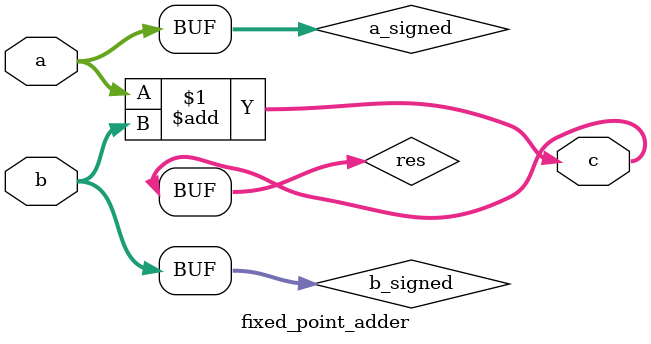
<source format=sv>
module fixed_point_adder #(parameter Q = 8, parameter N = 16) (
    input wire [N-1:0] a,
    input wire [N-1:0] b,
    output wire [N-1:0] c
);
    wire signed [N-1:0] a_signed = a;
    wire signed [N-1:0] b_signed = b;
    wire signed [N-1:0] res;
    
    assign res = a_signed + b_signed;
    assign c = res;

endmodule
</source>
